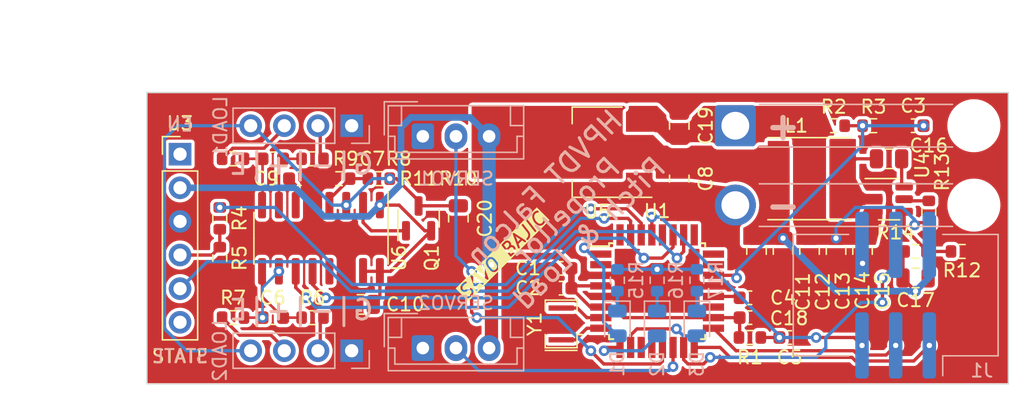
<source format=kicad_pcb>
(kicad_pcb (version 20241229) (generator "pcbnew") (generator_version "9.0")
  (title_block (title "Propellor Pitch and Monitor") (date "2023-06-28") (rev "1") (company "HPVDT"))
  (layers (0 "F.Cu" signal) (2 "B.Cu" signal) (13 "F.Paste" user) (15 "B.Paste" user) (5 "F.SilkS" user "F.Silkscreen") (7 "B.SilkS" user "B.Silkscreen") (1 "F.Mask" user) (3 "B.Mask" user) (25 "Edge.Cuts" user))
  (net 0 "")
  (net 1 "+BATT")
  (net 2 "GND")
  (net 3 "+5V")
  (net 4 "/BATT_{SCALED}")
  (net 5 "Net-(U1-AREF)")
  (net 6 "/~{RESET}")
  (net 7 "/INB-")
  (net 8 "/INB+")
  (net 9 "/INA-")
  (net 10 "/INA+")
  (net 11 "Net-(U6-VBG)")
  (net 12 "/SW")
  (net 13 "/BST")
  (net 14 "/VFB")
  (net 15 "+3.3VA")
  (net 16 "Net-(D1-K)")
  (net 17 "/LED_{1}")
  (net 18 "Net-(D2-K)")
  (net 19 "/LED_{2}")
  (net 20 "Net-(D3-K)")
  (net 21 "/LED_{3}")
  (net 22 "/MISO")
  (net 23 "/SCK")
  (net 24 "/MOSI")
  (net 25 "/S-_{LC1}")
  (net 26 "/S+_{LC1}")
  (net 27 "/S-_{LC2}")
  (net 28 "/S+_{LC2}")
  (net 29 "/SERVO_{1}")
  (net 30 "/SERVO_{2}")
  (net 31 "/BASE")
  (net 32 "/BT_{TX}")
  (net 33 "Net-(U3-TX)")
  (net 34 "/FB_{VA}")
  (net 35 "/EN")
  (net 37 "Net-(U1-XTAL1{slash}PB6)")
  (net 38 "Net-(U1-XTAL2{slash}PB7)")
  (net 45 "/DOUT_{AMP}")
  (net 46 "/SCK_{AMP}")
  (net 48 "/BT_{RX}")
  (net 50 "/EN_{BT}")
  (net 51 "/STATE")
  (footprint "Capacitor_SMD:C_0805_2012Metric" (layer "F.Cu") (at 165.5 99.95 90)
    (property "Reference" "C12")
    (property "Value" "22uF")
  )
  (footprint "Capacitor_SMD:C_0805_2012Metric" (layer "F.Cu") (at 167.5 99.95 90)
    (property "Reference" "C13")
    (property "Value" "22uF")
  )
  (footprint "Capacitor_SMD:C_0805_2012Metric" (layer "F.Cu") (at 169.5 99.95 90)
    (property "Reference" "C14")
    (property "Value" "22uF")
  )
  (footprint "Package_QFP:TQFP-32_7x7mm_P0.8mm" (layer "F.Cu") (at 156 103)
    (property "Reference" "U1")
    (property "Value" "ATmega328P-A")
  )
  (footprint "Resistor_SMD:R_0603_1608Metric" (layer "F.Cu") (at 135 94.5 180)
    (property "Reference" "R10")
    (property "Value" "20k")
  )
  (footprint "Capacitor_SMD:C_0805_2012Metric" (layer "F.Cu") (at 171.5 99.95 90)
    (property "Reference" "C15")
    (property "Value" "22uF")
  )
  (footprint "Capacitor_SMD:C_0805_2012Metric" (layer "F.Cu") (at 163.5 99.95 90)
    (property "Reference" "C11")
    (property "Value" "22uF")
  )
  (footprint "Resistor_SMD:R_0603_1608Metric" (layer "F.Cu") (at 130 105 180)
    (property "Reference" "R6")
    (property "Value" "100")
  )
  (footprint "Capacitor_SMD:C_0603_1608Metric" (layer "F.Cu") (at 163 105)
    (property "Reference" "C18")
    (property "Value" "100n")
  )
  (footprint "Capacitor_SMD:C_0805_2012Metric" (layer "F.Cu") (at 133.635 104)
    (property "Reference" "C10")
    (property "Value" "10u")
  )
  (footprint "Capacitor_SMD:C_0805_2012Metric" (layer "F.Cu") (at 173.5 93)
    (property "Reference" "C16")
    (property "Value" "100n")
  )
  (footprint "Resistor_SMD:R_0603_1608Metric" (layer "F.Cu") (at 123 97.5 -90)
    (property "Reference" "R4")
    (property "Value" "5.1k")
  )
  (footprint "Capacitor_SMD:C_0805_2012Metric" (layer "F.Cu") (at 175.5 102 180)
    (property "Reference" "C17")
    (property "Value" "100n")
  )
  (footprint "Capacitor_SMD:C_0603_1608Metric" (layer "F.Cu") (at 163 103.5)
    (property "Reference" "C4")
    (property "Value" "100n")
  )
  (footprint "Resistor_SMD:R_0603_1608Metric" (layer "F.Cu") (at 124 105)
    (property "Reference" "R7")
    (property "Value" "100")
  )
  (footprint "Capacitor_SMD:C_0805_2012Metric" (layer "F.Cu") (at 157.67 94.5 90)
    (property "Reference" "C8")
    (property "Value" "22uF")
  )
  (footprint "Package_TO_SOT_SMD:SOT-23" (layer "F.Cu") (at 138 97.5 90)
    (property "Reference" "Q1")
    (property "Value" "MMSS8550")
  )
  (footprint "Resistor_SMD:R_0603_1608Metric" (layer "F.Cu") (at 169.325 90.5)
    (property "Reference" "R2")
    (property "Value" "15k")
  )
  (footprint "Resistor_SMD:R_0603_1608Metric" (layer "F.Cu") (at 132 94.5 180)
    (property "Reference" "R11")
    (property "Value" "8.2k")
  )
  (footprint "Package_TO_SOT_SMD:SOT-223-3_TabPin2" (layer "F.Cu") (at 151.5 92.5 180)
    (property "Reference" "U5")
    (property "Value" "AZ1117-5.0")
  )
  (footprint "Connector_PinHeader_2.54mm:PinHeader_1x06_P2.54mm_Vertical" (layer "F.Cu") (at 120 92.65)
    (property "Reference" "U3")
    (property "Value" "HC-05")
  )
  (footprint "Resistor_SMD:R_0603_1608Metric" (layer "F.Cu") (at 172.325 90.5)
    (property "Reference" "R3")
    (property "Value" "10k")
  )
  (footprint "Capacitor_SMD:C_0603_1608Metric" (layer "F.Cu") (at 127 93 180)
    (property "Reference" "C7")
    (property "Value" "100n")
  )
  (footprint "Capacitor_SMD:C_0603_1608Metric" (layer "F.Cu") (at 127 105 180)
    (property "Reference" "C6")
    (property "Value" "100n")
  )
  (footprint "Resistor_SMD:R_0603_1608Metric" (layer "F.Cu") (at 124 93)
    (property "Reference" "R9")
    (property "Value" "100")
  )
  (footprint "Capacitor_SMD:C_0805_2012Metric" (layer "F.Cu") (at 141 97.5 90)
    (property "Reference" "C20")
    (property "Value" "10u")
  )
  (footprint "Capacitor_SMD:C_0603_1608Metric" (layer "F.Cu") (at 148.7575 101.275 180)
    (property "Reference" "C1")
    (property "Value" "10n")
  )
  (footprint "Package_TO_SOT_SMD:TSOT-23-6" (layer "F.Cu") (at 173.5 96.05)
    (property "Reference" "U4")
    (property "Value" "TPS563208DDCR")
  )
  (footprint "Capacitor_SMD:C_0603_1608Metric" (layer "F.Cu") (at 166 106.5)
    (property "Reference" "C5")
    (property "Value" "10n")
  )
  (footprint "Resistor_SMD:R_0603_1608Metric" (layer "F.Cu") (at 130 93 180)
    (property "Reference" "R8")
    (property "Value" "100")
  )
  (footprint "Capacitor_SMD:C_0603_1608Metric" (layer "F.Cu") (at 129 94.5 180)
    (property "Reference" "C9")
    (property "Value" "100n")
  )
  (footprint "Capacitor_SMD:C_0805_2012Metric" (layer "F.Cu") (at 157.67 90.5 -90)
    (property "Reference" "C19")
    (property "Value" "10u")
  )
  (footprint "Resistor_SMD:R_0603_1608Metric" (layer "F.Cu") (at 179 100 180)
    (property "Reference" "R12")
    (property "Value" "10k")
  )
  (footprint "Resistor_SMD:R_0603_1608Metric" (layer "F.Cu") (at 163 106.5)
    (property "Reference" "R1")
    (property "Value" "10k")
  )
  (footprint "Inductor_SMD:L_Taiyo-Yuden_NR-60xx" (layer "F.Cu") (at 167.5 94.5)
    (property "Reference" "L1")
    (property "Value" "3.3uH")
  )
  (footprint "Capacitor_SMD:C_0603_1608Metric" (layer "F.Cu") (at 175.325 90.5 180)
    (property "Reference" "C3")
    (property "Value" "100n")
  )
  (footprint "Capacitor_SMD:C_0603_1608Metric" (layer "F.Cu") (at 148.7575 102.775 180)
    (property "Reference" "C2")
    (property "Value" "100n")
  )
  (footprint "Package_SO:SOP-16_3.9x9.9mm_P1.27mm" (layer "F.Cu") (at 130.635 99 -90)
    (property "Reference" "U6")
    (property "Value" "HX711")
  )
  (footprint "Resistor_SMD:R_0603_1608Metric" (layer "F.Cu") (at 175.5 100)
    (property "Reference" "R14")
    (property "Value" "54.9k")
  )
  (footprint "Resistor_SMD:R_0603_1608Metric" (layer "F.Cu") (at 176.5 97 -90)
    (property "Reference" "R13")
    (property "Value" "10k")
  )
  (footprint "Crystal:Resonator_SMD_Murata_CSTxExxV-3Pin_3.0x1.1mm" (layer "F.Cu") (at 148.7575 105.475 90)
    (property "Reference" "Y1")
    (property "Value" "16M")
  )
  (footprint "Resistor_SMD:R_0603_1608Metric" (layer "F.Cu") (at 123 100.5 -90)
    (property "Reference" "R5")
    (property "Value" "10k")
  )
  (footprint "Connector_PinHeader_2.54mm:PinHeader_1x04_P2.54mm_Vertical" (layer "B.Cu") (at 132.95 90.5 90)
    (property "Reference" "J2" (hide yes))
    (property "Value" "LOAD1")
  )
  (footprint "Connector_PinHeader_2.54mm:PinHeader_1x04_P2.54mm_Vertical" (layer "B.Cu") (at 132.95 107.5 90)
    (property "Reference" "J3" (hide yes))
    (property "Value" "LOAD2")
  )
  (footprint "Connector_Wire:SolderWire-1.5sqmm_1x02_P6mm_D1.7mm_OD3mm_Relief" (layer "B.Cu") (at 161.9 90.5 -90)
    (property "Reference" "BT1" (hide yes))
    (property "Value" "Battery")
  )
  (footprint "LED_SMD:LED_0805_2012Metric" (layer "B.Cu") (at 153 105.4375 -90)
    (property "Reference" "D1")
    (property "Value" "LED")
  )
  (footprint "LED_SMD:LED_0805_2012Metric" (layer "B.Cu") (at 156 105.4375 -90)
    (property "Reference" "D2")
    (property "Value" "LED")
  )
  (footprint "Connector_JST:JST_EH_B3B-EH-A_1x03_P2.50mm_Vertical" (layer "B.Cu") (at 138.32 91.3)
    (property "Reference" "J4" (hide yes))
    (property "Value" "SERVO1")
  )
  (footprint "Connector_IDC:IDC-Header_2x03_P2.54mm_Vertical_SMD" (layer "B.Cu") (at 174 103.3 90)
    (property "Reference" "J1")
    (property "Value" "AVR-ISP-6")
  )
  (footprint "Resistor_SMD:R_0603_1608Metric" (layer "B.Cu") (at 159 102.175 90)
    (property "Reference" "R17")
    (property "Value" "430")
  )
  (footprint "Resistor_SMD:R_0603_1608Metric" (layer "B.Cu") (at 153 102.175 90)
    (property "Reference" "R15")
    (property "Value" "430")
  )
  (footprint "Resistor_SMD:R_0603_1608Metric" (layer "B.Cu") (at 156 102.175 90)
    (property "Reference" "R16")
    (property "Value" "430")
  )
  (footprint "Connector_JST:JST_EH_B3B-EH-A_1x03_P2.50mm_Vertical" (layer "B.Cu") (at 138.32 107.3)
    (property "Reference" "J6")
    (property "Value" "SERVO2")
  )
  (footprint "LED_SMD:LED_0805_2012Metric" (layer "B.Cu") (at 159 105.4375 -90)
    (property "Reference" "D3")
    (property "Value" "LED")
  )
  (gr_line (start 117.5 110) (end 182.5 110) (stroke (width 0.1)) (layer "Edge.Cuts"))
  (gr_line (start 117.5 88) (end 117.5 110) (stroke (width 0.1)) (layer "Edge.Cuts"))
  (gr_line (start 182.5 110) (end 182.5 88) (stroke (width 0.1)) (layer "Edge.Cuts"))
  (gr_line (start 182.5 88) (end 117.5 88) (stroke (width 0.1)) (layer "Edge.Cuts"))
  (gr_text "SAVO BAJIC" (at 141.65 103.8 45) (layer "F.SilkS" knockout) (effects (font (size 1 1) (thickness 0.15) (italic yes)) (justify left bottom)))
  (gr_text "STATE" (at 120 108.5 0) (layer "F.SilkS") (effects (font (size 1 1)) (justify bottom)))
  (gr_text "EN" (at 120 91 0) (layer "B.SilkS") (effects (font (size 1 1)) (justify bottom mirror)))
  (gr_text "HPVDT Falcon\nPropellor\nPitch & Load" (at 151.5 99.25 45) (layer "B.SilkS") (effects (font (size 1.5 1.5) (thickness 0.225)) (justify bottom mirror)))
  (gr_text "-" (at 165.5 96.5 0) (layer "B.SilkS") (effects (font (size 2 2) (thickness 0.4) (bold yes)) (justify mirror)))
  (gr_text "G|-|+|E" (at 129.15 94.3 0) (layer "B.SilkS") (effects (font (size 1.5 1.5) (thickness 0.225)) (justify bottom mirror)))
  (gr_text "+" (at 165.5 90.5 0) (layer "B.SilkS") (effects (font (size 2 2) (thickness 0.4) (bold yes)) (justify mirror)))
  (gr_text "G|-|+|E" (at 129.15 105.3 0) (layer "B.SilkS") (effects (font (size 1.5 1.5) (thickness 0.225)) (justify bottom mirror)))
  (gr_text "STATE" (at 120 108.5 0) (layer "B.SilkS") (effects (font (size 1 1)) (justify bottom mirror)))
  (segment (start 175.6055 97.825) (end 175.4305 98) (width 0.25) (layer "F.Cu") (net 1))
  (segment (start 176.5 97.825) (end 175.6055 97.825) (width 0.25) (layer "F.Cu") (net 1))
  (via (at 169.5 99) (size 0.8) (drill 0.4) (layers "F.Cu" "B.Cu") (net 1))
  (via (at 175.4305 98) (size 0.8) (drill 0.4) (layers "F.Cu" "B.Cu") (net 1))
  (segment (start 170.964756 96.675) (end 174.495244 96.675) (width 0.25) (layer "B.Cu") (net 1))
  (segment (start 169.5 98.139756) (end 170.964756 96.675) (width 0.25) (layer "B.Cu") (net 1))
  (segment (start 174.495244 96.675) (end 175.4305 97.610256) (width 0.25) (layer "B.Cu") (net 1))
  (segment (start 169.5 99) (end 169.5 98.139756) (width 0.25) (layer "B.Cu") (net 1))
  (segment (start 175.4305 97.610256) (end 175.4305 98) (width 0.25) (layer "B.Cu") (net 1))
  (segment (start 155.55 101.8) (end 156 101.35) (width 0.25) (layer "F.Cu") (net 2))
  (segment (start 151.75 101.8) (end 155.55 101.8) (width 0.25) (layer "F.Cu") (net 2))
  (via (at 156 101.35) (size 0.8) (drill 0.4) (layers "F.Cu" "B.Cu") (net 2))
  (via (at 171.5 100.9) (size 0.8) (drill 0.4) (layers "F.Cu" "B.Cu") (net 2))
  (segment (start 171.46 100.86) (end 171.5 100.9) (width 0.5) (layer "B.Cu") (net 2))
  (segment (start 171.46 99.5) (end 171.46 100.86) (width 0.5) (layer "B.Cu") (net 2))
  (segment (start 156 101.35) (end 153 101.35) (width 0.25) (layer "B.Cu") (net 2))
  (segment (start 159 101.35) (end 156 101.35) (width 0.25) (layer "B.Cu") (net 2))
  (segment (start 135.08 103.505) (end 134.585 104) (width 0.25) (layer "F.Cu") (net 3))
  (segment (start 152.675 104.2) (end 151.75 104.2) (width 0.25) (layer "F.Cu") (net 3))
  (segment (start 160.25 105) (end 153.475 105) (width 0.25) (layer "F.Cu") (net 3))
  (segment (start 174.55 100.125) (end 174.675 100) (width 0.25) (layer "F.Cu") (net 3))
  (segment (start 151.75 104.2) (end 150.9575 104.2) (width 0.25) (layer "F.Cu") (net 3))
  (segment (start 135.8875 101.5) (end 138.95 98.4375) (width 0.25) (layer "F.Cu") (net 3))
  (segment (start 162.225 105) (end 162.225 106.45) (width 0.25) (layer "F.Cu") (net 3))
  (segment (start 138.465749 98.4375) (end 138.95 98.4375) (width 0.25) (layer "F.Cu") (net 3))
  (segment (start 149.5325 101.275) (end 148.6075 100.35) (width 0.5) (layer "F.Cu") (net 3))
  (segment (start 143.5 101) (end 143.5 107.12) (width 1) (layer "F.Cu") (net 3))
  (segment (start 144.15 100.35) (end 143.5 101) (width 0.5) (layer "F.Cu") (net 3))
  (segment (start 160.25 105) (end 162.225 105) (width 0.25) (layer "F.Cu") (net 3))
  (segment (start 149.7075 102.6) (end 149.5325 102.775) (width 0.25) (layer "F.Cu") (net 3))
  (segment (start 150.9575 104.2) (end 149.5325 102.775) (width 0.25) (layer "F.Cu") (net 3))
  (segment (start 135.08 96.5) (end 136.528249 96.5) (width 0.25) (layer "F.Cu") (net 3))
  (segment (start 174.55 102) (end 174.55 102.05) (width 0.25) (layer "F.Cu") (net 3))
  (segment (start 135.08 101.5) (end 135.08 103.505) (width 0.25) (layer "F.Cu") (net 3))
  (segment (start 135.08 101.5) (end 135.8875 101.5) (width 0.25) (layer "F.Cu") (net 3))
  (segment (start 153.475 105) (end 152.675 104.2) (width 0.25) (layer "F.Cu") (net 3))
  (segment (start 143.5 107.12) (end 143.32 107.3) (width 1) (layer "F.Cu") (net 3))
  (segment (start 151.75 102.6) (end 149.7075 102.6) (width 0.25) (layer "F.Cu") (net 3))
  (segment (start 162.225 106.45) (end 162.175 106.5) (width 0.25) (layer "F.Cu") (net 3))
  (segment (start 174.55 102.05) (end 175.5 103) (width 0.25) (layer "F.Cu") (net 3))
  (segment (start 136.528249 96.5) (end 138.465749 98.4375) (width 0.25) (layer "F.Cu") (net 3))
  (segment (start 135.08 101.5) (end 133.81 101.5) (width 0.25) (layer "F.Cu") (net 3))
  (segment (start 148.6075 100.35) (end 144.15 100.35) (width 0.5) (layer "F.Cu") (net 3))
  (segment (start 149.5325 101.275) (end 149.5325 102.775) (width 0.5) (layer "F.Cu") (net 3))
  (segment (start 174.55 102) (end 174.55 100.125) (width 0.25) (layer "F.Cu") (net 3))
  (via (at 143.5 101) (size 0.8) (drill 0.4) (layers "F.Cu" "B.Cu") (net 3))
  (via (at 175.5 103) (size 0.8) (drill 0.4) (layers "F.Cu" "B.Cu") (net 3))
  (via (at 165.5 99) (size 0.8) (drill 0.4) (layers "F.Cu" "B.Cu") (net 3))
  (via (at 135.08 96.5) (size 0.8) (drill 0.4) (layers "F.Cu" "B.Cu") (net 3))
  (segment (start 136.675 94.905) (end 136.675 90.630051) (width 0.5) (layer "B.Cu") (net 3))
  (segment (start 130.85 97.35) (end 134.23 97.35) (width 0.5) (layer "B.Cu") (net 3))
  (segment (start 128.69 95.19) (end 130.85 97.35) (width 0.5) (layer "B.Cu") (net 3))
  (segment (start 175.5 103) (end 169.5 103) (width 0.5) (layer "B.Cu") (net 3))
  (segment (start 136.675 90.630051) (end 137.430051 89.875) (width 0.5) (layer "B.Cu") (net 3))
  (segment (start 176.54 99.5) (end 176.54 101.96) (width 0.5) (layer "B.Cu") (net 3))
  (segment (start 176.54 101.96) (end 175.5 103) (width 0.5) (layer "B.Cu") (net 3))
  (segment (start 135.08 96.5) (end 136.675 94.905) (width 0.5) (layer "B.Cu") (net 3))
  (segment (start 143.32 91.3) (end 143.32 100.82) (width 1) (layer "B.Cu") (net 3))
  (segment (start 143.32 100.82) (end 143.5 101) (width 1) (layer "B.Cu") (net 3))
  (segment (start 137.430051 89.875) (end 141.895 89.875) (width 0.5) (layer "B.Cu") (net 3))
  (segment (start 169.5 103) (end 165.5 99) (width 0.5) (layer "B.Cu") (net 3))
  (segment (start 134.23 97.35) (end 135.08 96.5) (width 0.5) (layer "B.Cu") (net 3))
  (segment (start 141.895 89.875) (end 143.32 91.3) (width 0.5) (layer "B.Cu") (net 3))
  (segment (start 120 95.19) (end 128.69 95.19) (width 0.5) (layer "B.Cu") (net 3))
  (segment (start 171.5 90.5) (end 170.15 90.5) (width 0.25) (layer "F.Cu") (net 4))
  (segment (start 160.25 101.8) (end 161.8 101.8) (width 0.25) (layer "F.Cu") (net 4))
  (segment (start 161.8 101.8) (end 162 102) (width 0.25) (layer "F.Cu") (net 4))
  (via (at 162 102) (size 0.8) (drill 0.4) (layers "F.Cu" "B.Cu") (net 4))
  (via (at 176.1 90.5) (size 0.8) (drill 0.4) (layers "F.Cu" "B.Cu") (net 4))
  (via (at 171.5 90.5) (size 0.8) (drill 0.4) (layers "F.Cu" "B.Cu") (net 4))
  (segment (start 171.5 90.5) (end 171.5 91.974695) (width 0.25) (layer "B.Cu") (net 4))
  (segment (start 171.5 90.5) (end 176.1 90.5) (width 0.25) (layer "B.Cu") (net 4))
  (segment (start 162 101.474695) (end 162 102) (width 0.25) (layer "B.Cu") (net 4))
  (segment (start 171.5 91.974695) (end 162 101.474695) (width 0.25) (layer "B.Cu") (net 4))
  (segment (start 162.125 103.4) (end 162.225 103.5) (width 0.25) (layer "F.Cu") (net 5))
  (segment (start 160.25 103.4) (end 162.125 103.4) (width 0.25) (layer "F.Cu") (net 5))
  (segment (start 165.225 106.5) (end 163.825 106.5) (width 0.25) (layer "F.Cu") (net 6))
  (segment (start 168 106.5) (end 170.86 106.5) (width 0.25) (layer "F.Cu") (net 6))
  (segment (start 155.6 97.4) (end 155.6 98.75) (width 0.25) (layer "F.Cu") (net 6))
  (segment (start 170.86 106.5) (end 171.46 107.1) (width 0.25) (layer "F.Cu") (net 6))
  (via (at 155.6 97.4) (size 0.8) (drill 0.4) (layers "F.Cu" "B.Cu") (net 6))
  (via (at 168 106.5) (size 0.8) (drill 0.4) (layers "F.Cu" "B.Cu") (net 6))
  (via (at 165.225 106.5) (size 0.8) (drill 0.4) (layers "F.Cu" "B.Cu") (net 6))
  (via (at 171.46 107.1) (size 0.8) (drill 0.4) (layers "F.Cu" "B.Cu") (net 6))
  (segment (start 155.6 97.4) (end 156.267462 97.4) (width 0.25) (layer "B.Cu") (net 6))
  (segment (start 156.267462 97.4) (end 165.225 106.357538) (width 0.25) (layer "B.Cu") (net 6))
  (segment (start 165.225 106.357538) (end 165.225 106.5) (width 0.25) (layer "B.Cu") (net 6))
  (segment (start 165.225 106.5) (end 168 106.5) (width 0.25) (layer "B.Cu") (net 6))
  (segment (start 127.775 105) (end 126.19 103.415) (width 0.2) (layer "F.Cu") (net 7))
  (segment (start 126.19 103.415) (end 126.19 101.5) (width 0.2) (layer "F.Cu") (net 7))
  (segment (start 129.175 105) (end 127.775 105) (width 0.2) (layer "F.Cu") (net 7))
  (segment (start 126.225 105) (end 124.825 105) (width 0.2) (layer "F.Cu") (net 8))
  (via (at 127.46 101.5) (size 0.8) (drill 0.4) (layers "F.Cu" "B.Cu") (net 8))
  (via (at 126.225 105) (size 0.8) (drill 0.4) (layers "F.Cu" "B.Cu") (net 8))
  (segment (start 126.225 105) (end 126.225 102.735) (width 0.2) (layer "B.Cu") (net 8))
  (segment (start 126.225 102.735) (end 127.46 101.5) (width 0.2) (layer "B.Cu") (net 8))
  (segment (start 127.775 93) (end 127.46 93.315) (width 0.2) (layer "F.Cu") (net 9))
  (segment (start 129.175 93) (end 127.775 93) (width 0.2) (layer "F.Cu") (net 9))
  (segment (start 127.46 93.315) (end 127.46 96.5) (width 0.2) (layer "F.Cu") (net 9))
  (segment (start 126.225 96.465) (end 126.19 96.5) (width 0.2) (layer "F.Cu") (net 10))
  (segment (start 126.225 93) (end 124.825 93) (width 0.2) (layer "F.Cu") (net 10))
  (segment (start 126.225 93) (end 126.225 96.465) (width 0.2) (layer "F.Cu") (net 10))
  (segment (start 128.73 95.005) (end 128.225 94.5) (width 0.25) (layer "F.Cu") (net 11))
  (segment (start 128.73 96.5) (end 128.73 95.005) (width 0.25) (layer "F.Cu") (net 11))
  (segment (start 171 93) (end 169.85 94.15) (width 0.25) (layer "F.Cu") (net 12))
  (segment (start 169.85 94.15) (end 169.85 94.5) (width 0.25) (layer "F.Cu") (net 12))
  (segment (start 172.55 93) (end 171 93) (width 0.25) (layer "F.Cu") (net 12))
  (segment (start 174.45 93) (end 174.45 94.9125) (width 0.25) (layer "F.Cu") (net 13))
  (segment (start 174.45 94.9125) (end 174.6375 95.1) (width 0.25) (layer "F.Cu") (net 13))
  (segment (start 176.325 99.919805) (end 174.6375 98.232305) (width 0.25) (layer "F.Cu") (net 14))
  (segment (start 176.325 100) (end 176.325 99.919805) (width 0.25) (layer "F.Cu") (net 14))
  (segment (start 174.6375 98.232305) (end 174.6375 97) (width 0.25) (layer "F.Cu") (net 14))
  (segment (start 178.175 100) (end 176.325 100) (width 0.25) (layer "F.Cu") (net 14))
  (segment (start 176.45 102) (end 176.45 100.125) (width 0.25) (layer "F.Cu") (net 14))
  (segment (start 176.45 100.125) (end 176.325 100) (width 0.25) (layer "F.Cu") (net 14))
  (segment (start 138 96.175) (end 136.325 94.5) (width 0.25) (layer "F.Cu") (net 15))
  (segment (start 138 96.5625) (end 138 96.175) (width 0.25) (layer "F.Cu") (net 15))
  (segment (start 138.0125 96.55) (end 138 96.5625) (width 0.25) (layer "F.Cu") (net 15))
  (segment (start 141 96.55) (end 138.0125 96.55) (width 0.25) (layer "F.Cu") (net 15))
  (segment (start 135.825 94.5) (end 136.325 94.5) (width 0.25) (layer "F.Cu") (net 15))
  (via (at 132.54 96.5) (size 0.8) (drill 0.4) (layers "F.Cu" "B.Cu") (net 15))
  (via (at 135.825 94.5) (size 0.8) (drill 0.4) (layers "F.Cu" "B.Cu") (net 15))
  (segment (start 118.825 91.475) (end 118.825 105.836701) (width 0.25) (layer "B.Cu") (net 15))
  (segment (start 132.54 96.5) (end 131.5 96.5) (width 0.25) (layer "B.Cu") (net 15))
  (segment (start 125.5 90.5) (end 119.8 90.5) (width 0.25) (layer "B.Cu") (net 15))
  (segment (start 131.5 96.5) (end 125.5 90.5) (width 0.25) (layer "B.Cu") (net 15))
  (segment (start 118.825 105.836701) (end 120.488299 107.5) (width 0.25) (layer "B.Cu") (net 15))
  (segment (start 119.8 90.5) (end 118.825 91.475) (width 0.25) (layer "B.Cu") (net 15))
  (segment (start 120.488299 107.5) (end 125.5 107.5) (width 0.25) (layer "B.Cu") (net 15))
  (segment (start 134.54 94.5) (end 132.54 96.5) (width 0.25) (layer "B.Cu") (net 15))
  (segment (start 135.825 94.5) (end 134.54 94.5) (width 0.25) (layer "B.Cu") (net 15))
  (segment (start 153 103) (end 153 104.5) (width 0.25) (layer "B.Cu") (net 16))
  (segment (start 150.5 99.7245) (end 150.9755 100.2) (width 0.25) (layer "F.Cu") (net 17))
  (segment (start 150.9755 100.2) (end 151.75 100.2) (width 0.25) (layer "F.Cu") (net 17))
  (via (at 150.5 99.7245) (size 0.8) (drill 0.4) (layers "F.Cu" "B.Cu") (net 17))
  (segment (start 150.5 99.7245) (end 151.975 101.1995) (width 0.25) (layer "B.Cu") (net 17))
  (segment (start 151.975 101.1995) (end 151.975 105.35) (width 0.25) (layer "B.Cu") (net 17))
  (segment (start 151.975 105.35) (end 153 106.375) (width 0.25) (layer "B.Cu") (net 17))
  (segment (start 156 103) (end 156 104.5) (width 0.25) (layer "B.Cu") (net 18))
  (segment (start 152 107.5) (end 152.25 107.25) (width 0.25) (layer "F.Cu") (net 19))
  (segment (start 152.25 107.25) (end 153.2 107.25) (width 0.25) (layer "F.Cu") (net 19))
  (via (at 152 107.5) (size 0.8) (drill 0.4) (layers "F.Cu" "B.Cu") (net 19))
  (segment (start 154.875 107.5) (end 156 106.375) (width 0.25) (layer "B.Cu") (net 19))
  (segment (start 152 107.5) (end 154.875 107.5) (width 0.25) (layer "B.Cu") (net 19))
  (segment (start 159 104.5) (end 159 103) (width 0.25) (layer "B.Cu") (net 20))
  (segment (start 154 106.325) (end 154 107.25) (width 0.25) (layer "F.Cu") (net 21))
  (segment (start 157.456895 105.850498) (end 154.474502 105.850498) (width 0.25) (layer "F.Cu") (net 21))
  (segment (start 154.474502 105.850498) (end 154 106.325) (width 0.25) (layer "F.Cu") (net 21))
  (via (at 157.456895 105.850498) (size 0.8) (drill 0.4) (layers "F.Cu" "B.Cu") (net 21))
  (segment (start 157.981397 106.375) (end 159 106.375) (width 0.25) (layer "B.Cu") (net 21))
  (segment (start 157.456895 105.850498) (end 157.981397 106.375) (width 0.25) (layer "B.Cu") (net 21))
  (segment (start 158.8 107.25) (end 160.75 107.25) (width 0.25) (layer "F.Cu") (net 22))
  (segment (start 161.5 108) (end 170.698299 108) (width 0.25) (layer "F.Cu") (net 22))
  (segment (start 160.75 107.25) (end 161.5 108) (width 0.25) (layer "F.Cu") (net 22))
  (segment (start 170.973299 108.275) (end 175.365 108.275) (width 0.25) (layer "F.Cu") (net 22))
  (segment (start 175.365 108.275) (end 176.54 107.1) (width 0.25) (layer "F.Cu") (net 22))
  (segment (start 170.698299 108) (end 170.973299 108.275) (width 0.25) (layer "F.Cu") (net 22))
  (via (at 176.54 107.1) (size 0.8) (drill 0.4) (layers "F.Cu" "B.Cu") (net 22))
  (segment (start 161.95 107.5) (end 170.834695 107.5) (width 0.25) (layer "F.Cu") (net 23))
  (segment (start 170.834695 107.5) (end 171.159695 107.825) (width 0.25) (layer "F.Cu") (net 23))
  (segment (start 160.25 105.8) (end 161.95 107.5) (width 0.25) (layer "F.Cu") (net 23))
  (segment (start 171.159695 107.825) (end 173.275 107.825) (width 0.25) (layer "F.Cu") (net 23))
  (segment (start 173.275 107.825) (end 174 107.1) (width 0.25) (layer "F.Cu") (net 23))
  (via (at 174 107.1) (size 0.8) (drill 0.4) (layers "F.Cu" "B.Cu") (net 23))
  (segment (start 160 108) (end 159.5 108.5) (width 0.25) (layer "F.Cu") (net 24))
  (segment (start 158 108.175) (end 158 107.25) (width 0.25) (layer "F.Cu") (net 24))
  (segment (start 159.5 108.5) (end 158.325 108.5) (width 0.25) (layer "F.Cu") (net 24))
  (segment (start 173 102) (end 173 103.8495) (width 0.25) (layer "F.Cu") (net 24))
  (segment (start 158.325 108.5) (end 158 108.175) (width 0.25) (layer "F.Cu") (net 24))
  (via (at 173 102) (size 0.8) (drill 0.4) (layers "F.Cu" "B.Cu") (net 24))
  (via (at 173 103.8495) (size 0.8) (drill 0.4) (layers "F.Cu" "B.Cu") (net 24))
  (via (at 160 108) (size 0.8) (drill 0.4) (layers "F.Cu" "B.Cu") (net 24))
  (segment (start 174 101) (end 173 102) (width 0.25) (layer "B.Cu") (net 24))
  (segment (start 160 108) (end 168 108) (width 0.25) (layer "B.Cu") (net 24))
  (segment (start 168.725 106.514756) (end 171.390256 103.8495) (width 0.25) (layer "B.Cu") (net 24))
  (segment (start 171.390256 103.8495) (end 173 103.8495) (width 0.25) (layer "B.Cu") (net 24))
  (segment (start 168.725 107.275) (end 168.725 106.514756) (width 0.25) (layer "B.Cu") (net 24))
  (segment (start 174 99.5) (end 174 101) (width 0.25) (layer "B.Cu") (net 24))
  (segment (start 168 108) (end 168.725 107.275) (width 0.25) (layer "B.Cu") (net 24))
  (segment (start 130.58 92.755) (end 130.825 93) (width 0.25) (layer "F.Cu") (net 25))
  (segment (start 130.58 90.5) (end 130.58 92.755) (width 0.25) (layer "F.Cu") (net 25))
  (segment (start 126.34 92.2) (end 123.975 92.2) (width 0.25) (layer "F.Cu") (net 26))
  (segment (start 128.04 90.5) (end 126.34 92.2) (width 0.25) (layer "F.Cu") (net 26))
  (segment (start 123.975 92.2) (end 123.175 93) (width 0.25) (layer "F.Cu") (net 26))
  (segment (start 130.58 105.245) (end 130.825 105) (width 0.25) (layer "F.Cu") (net 27))
  (segment (start 130.58 107.5) (end 130.58 105.245) (width 0.25) (layer "F.Cu") (net 27))
  (segment (start 128.04 107.5) (end 126.865 106.325) (width 0.25) (layer "F.Cu") (net 28))
  (segment (start 126.865 106.325) (end 124.5 106.325) (width 0.25) (layer "F.Cu") (net 28))
  (segment (start 124.5 106.325) (end 123.175 105) (width 0.25) (layer "F.Cu") (net 28))
  (segment (start 142.4005 105) (end 142 104.5995) (width 0.25) (layer "F.Cu") (net 29))
  (segment (start 151.974695 108.5) (end 151 107.525305) (width 0.25) (layer "F.Cu") (net 29))
  (segment (start 156.2 108.5) (end 151.974695 108.5) (width 0.25) (layer "F.Cu") (net 29))
  (segment (start 151 107.525305) (end 151 107.5) (width 0.25) (layer "F.Cu") (net 29))
  (segment (start 156.4 108.3) (end 156.2 108.5) (width 0.25) (layer "F.Cu") (net 29))
  (segment (start 142 104.5995) (end 142 101.5) (width 0.25) (layer "F.Cu") (net 29))
  (segment (start 156.4 107.25) (end 156.4 108.3) (width 0.25) (layer "F.Cu") (net 29))
  (via (at 151 107.5) (size 0.8) (drill 0.4) (layers "F.Cu" "B.Cu") (net 29))
  (via (at 142.4005 105) (size 0.8) (drill 0.4) (layers "F.Cu" "B.Cu") (net 29))
  (via (at 142 101.5) (size 0.8) (drill 0.4) (layers "F.Cu" "B.Cu") (net 29))
  (segment (start 148.5 105) (end 142.4005 105) (width 0.25) (layer "B.Cu") (net 29))
  (segment (start 140.82 91.3) (end 140.82 100.32) (width 0.25) (layer "B.Cu") (net 29))
  (segment (start 151 107.5) (end 148.5 105) (width 0.25) (layer "B.Cu") (net 29))
  (segment (start 140.82 100.32) (end 142 101.5) (width 0.25) (layer "B.Cu") (net 29))
  (segment (start 157.2 108.7) (end 157.2 107.25) (width 0.25) (layer "F.Cu") (net 30))
  (via (at 157.2 108.7) (size 0.8) (drill 0.4) (layers "F.Cu" "B.Cu") (net 30))
  (segment (start 142.52 109) (end 140.82 107.3) (width 0.25) (layer "B.Cu") (net 30))
  (segment (start 156.9 109) (end 142.52 109) (width 0.25) (layer "B.Cu") (net 30))
  (segment (start 157.2 108.7) (end 156.9 109) (width 0.25) (layer "B.Cu") (net 30))
  (segment (start 133.81 97.81) (end 133.81 96.5) (width 0.25) (layer "F.Cu") (net 31))
  (segment (start 137.05 98.4375) (end 134.4375 98.4375) (width 0.25) (layer "F.Cu") (net 31))
  (segment (start 134.4375 98.4375) (end 133.81 97.81) (width 0.25) (layer "F.Cu") (net 31))
  (segment (start 153.711896 96.7755) (end 154.8 97.863604) (width 0.25) (layer "F.Cu") (net 32))
  (segment (start 154.8 97.863604) (end 154.8 98.75) (width 0.25) (layer "F.Cu") (net 32))
  (segment (start 151 96.7755) (end 153.711896 96.7755) (width 0.25) (layer "F.Cu") (net 32))
  (via (at 123 96.675) (size 0.8) (drill 0.4) (layers "F.Cu" "B.Cu") (net 32))
  (via (at 151 96.7755) (size 0.8) (drill 0.4) (layers "F.Cu" "B.Cu") (net 32))
  (segment (start 127.175 96.675) (end 133 102.5) (width 0.25) (layer "B.Cu") (net 32))
  (segment (start 144.590812 102.5) (end 150.315312 96.7755) (width 0.25) (layer "B.Cu") (net 32))
  (segment (start 133 102.5) (end 144.590812 102.5) (width 0.25) (layer "B.Cu") (net 32))
  (segment (start 150.315312 96.7755) (end 151 96.7755) (width 0.25) (layer "B.Cu") (net 32))
  (segment (start 123 96.675) (end 127.175 96.675) (width 0.25) (layer "B.Cu") (net 32))
  (segment (start 122.405 100.27) (end 120 100.27) (width 0.25) (layer "F.Cu") (net 33))
  (segment (start 123 99.675) (end 123 98.325) (width 0.25) (layer "F.Cu") (net 33))
  (segment (start 123 99.675) (end 122.405 100.27) (width 0.25) (layer "F.Cu") (net 33))
  (segment (start 132.825 94.5) (end 131.27 96.055) (width 0.25) (layer "F.Cu") (net 34))
  (segment (start 131.27 96.055) (end 131.27 96.5) (width 0.25) (layer "F.Cu") (net 34))
  (segment (start 134.175 94.5) (end 132.825 94.5) (width 0.25) (layer "F.Cu") (net 34))
  (segment (start 176.5 96.175) (end 174.7625 96.175) (width 0.25) (layer "F.Cu") (net 35))
  (segment (start 174.7625 96.175) (end 174.6375 96.05) (width 0.25) (layer "F.Cu") (net 35))
  (segment (start 151.75 105) (end 150.7 105) (width 0.25) (layer "F.Cu") (net 37))
  (segment (start 149.975 104.275) (end 148.7575 104.275) (width 0.25) (layer "F.Cu") (net 37))
  (segment (start 150.7 105) (end 149.975 104.275) (width 0.25) (layer "F.Cu") (net 37))
  (segment (start 149.825 106.675) (end 150.7 105.8) (width 0.25) (layer "F.Cu") (net 38))
  (segment (start 148.7575 106.675) (end 149.825 106.675) (width 0.25) (layer "F.Cu") (net 38))
  (segment (start 150.7 105.8) (end 151.75 105.8) (width 0.25) (layer "F.Cu") (net 38))
  (segment (start 158 98.75) (end 158 100) (width 0.25) (layer "F.Cu") (net 45))
  (segment (start 131 103.5) (end 130 102.5) (width 0.25) (layer "F.Cu") (net 45))
  (segment (start 130 102.5) (end 130 101.5) (width 0.25) (layer "F.Cu") (net 45))
  (segment (start 158 100) (end 157.5 100.5) (width 0.25) (layer "F.Cu") (net 45))
  (via (at 131 103.5) (size 0.8) (drill 0.4) (layers "F.Cu" "B.Cu") (net 45))
  (via (at 157.5 100.5) (size 0.8) (drill 0.4) (layers "F.Cu" "B.Cu") (net 45))
  (segment (start 144.863604 103.5) (end 149.863604 98.5) (width 0.25) (layer "B.Cu") (net 45))
  (segment (start 155.5 98.5) (end 157.5 100.5) (width 0.25) (layer "B.Cu") (net 45))
  (segment (start 131 103.5) (end 144.863604 103.5) (width 0.25) (layer "B.Cu") (net 45))
  (segment (start 149.863604 98.5) (end 155.5 98.5) (width 0.25) (layer "B.Cu") (net 45))
  (segment (start 156.375 100.5) (end 157.2 99.675) (width 0.25) (layer "F.Cu") (net 46))
  (segment (start 157.2 99.675) (end 157.2 98.75) (width 0.25) (layer "F.Cu") (net 46))
  (segment (start 155 100.5) (end 156.375 100.5) (width 0.25) (layer "F.Cu") (net 46))
  (segment (start 128.73 101.5) (end 128.73 102.73) (width 0.25) (layer "F.Cu") (net 46))
  (segment (start 128.73 102.73) (end 129.5 103.5) (width 0.25) (layer "F.Cu") (net 46))
  (via (at 155 100.5) (size 0.8) (drill 0.4) (layers "F.Cu" "B.Cu") (net 46))
  (via (at 129.5 103.5) (size 0.8) (drill 0.4) (layers "F.Cu" "B.Cu") (net 46))
  (segment (start 144.775 104.225) (end 130.225 104.225) (width 0.25) (layer "B.Cu") (net 46))
  (segment (start 130.225 104.225) (end 129.5 103.5) (width 0.25) (layer "B.Cu") (net 46))
  (segment (start 150 99) (end 144.775 104.225) (width 0.25) (layer "B.Cu") (net 46))
  (segment (start 155 100.5) (end 153.5 99) (width 0.25) (layer "B.Cu") (net 46))
  (segment (start 153.5 99) (end 150 99) (width 0.25) (layer "B.Cu") (net 46))
  (segment (start 152 97.5) (end 153.8 97.5) (width 0.25) (layer "F.Cu") (net 48))
  (segment (start 153.8 97.5) (end 154 97.7) (width 0.25) (layer "F.Cu") (net 48))
  (segment (start 154 97.7) (end 154 98.75) (width 0.25) (layer "F.Cu") (net 48))
  (via (at 152 97.5) (size 0.8) (drill 0.4) (layers "F.Cu" "B.Cu") (net 48))
  (segment (start 130.638604 100.775) (end 122.035 100.775) (width 0.25) (layer "B.Cu") (net 48))
  (segment (start 150.227208 97.5) (end 144.727208 103) (width 0.25) (layer "B.Cu") (net 48))
  (segment (start 132.863604 103) (end 130.638604 100.775) (width 0.25) (layer "B.Cu") (net 48))
  (segment (start 152 97.5) (end 150.227208 97.5) (width 0.25) (layer "B.Cu") (net 48))
  (segment (start 144.727208 103) (end 132.863604 103) (width 0.25) (layer "B.Cu") (net 48))
  (segment (start 122.035 100.775) (end 120 102.81) (width 0.25) (layer "B.Cu") (net 48))
  (zone (net 2) (net_name "GND") (layer "F.Cu") (connect_pads yes (clearance 0.25)) (min_thickness 0.15) (fill yes (thermal_gap 0.5) (thermal_bridge_width 0.5))
    (polygon (pts (xy 182.5 88) (xy 117.5 88) (xy 117.5 110) (xy 182.5 110)))
  )
  (zone (net 1) (net_name "+BATT") (layer "F.Cu") (priority 1) (connect_pads yes (clearance 0.25)) (min_thickness 0.15) (fill yes (thermal_gap 0.5) (thermal_bridge_width 0.5))
    (polygon (pts (xy 172.5 99.5) (xy 173 97.5) (xy 173 96.5) (xy 171.5 96.5) (xy 168.5 89) (xy 159.5 89) (xy 158.5 90) (xy 157 90) (xy 156 89) (xy 153.5 89) (xy 153.5 91) (xy 156 91) (xy 157 92) (xy 166 92) (xy 166 97) (xy 166.5 98.5) (xy 166.5 99.5) (xy 167 99.5)))
  )
  (zone (net 3) (net_name "+5V") (layer "F.Cu") (priority 3) (connect_pads yes (clearance 0.25)) (min_thickness 0.15) (fill yes (thermal_gap 0.5) (thermal_bridge_width 0.5))
    (polygon (pts (xy 166 99.5) (xy 162.5 99.5) (xy 162.5 95) (xy 158.5 94.5) (xy 142 94.5) (xy 142 89) (xy 153.5 89) (xy 156.5 92) (xy 166 92) (xy 166 97.5)))
  )
  (zone (net 12) (net_name "/SW") (layer "F.Cu") (priority 2) (connect_pads thru_hole_only (clearance 0.25)) (min_thickness 0.15) (fill yes (thermal_gap 0.5) (thermal_bridge_width 0.5))
    (polygon (pts (xy 169 91.5) (xy 169 97.5) (xy 171 97.5) (xy 171.5 96.5) (xy 173 96.5) (xy 173 95.5) (xy 171.5 95.5) (xy 171 94.5) (xy 171 91.5)))
  )
)
</source>
